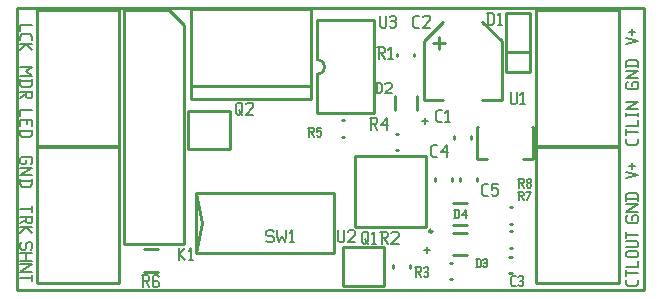
<source format=gbr>
G04 start of page 9 for group -4079 idx -4079 *
G04 Title: (unknown), topsilk *
G04 Creator: pcb 20110918 *
G04 CreationDate: Sun 01 Jun 2014 04:29:41 PM GMT UTC *
G04 For: ndholmes *
G04 Format: Gerber/RS-274X *
G04 PCB-Dimensions: 210000 95000 *
G04 PCB-Coordinate-Origin: lower left *
%MOIN*%
%FSLAX25Y25*%
%LNTOPSILK*%
%ADD67C,0.0080*%
%ADD66C,0.0100*%
G54D66*X500Y94500D02*Y13500D01*
X179500Y94500D02*X500D01*
Y16500D02*Y500D01*
X209500D01*
Y94500D01*
X176500D01*
G54D67*X203575Y82500D02*X207575Y83500D01*
X203575Y84500D01*
X205575Y87700D02*Y85700D01*
X204575Y86700D02*X206575D01*
X203500Y69500D02*X204000Y70000D01*
X203500Y69500D02*Y68000D01*
X204000Y67500D02*X203500Y68000D01*
X204000Y67500D02*X207000D01*
X207500Y68000D01*
Y69500D02*Y68000D01*
Y69500D02*X207000Y70000D01*
X206000D02*X207000D01*
X205500Y69500D02*X206000Y70000D01*
X205500Y69500D02*Y68500D01*
X203500Y71200D02*X207500D01*
X203500D02*X207500Y73700D01*
X203500D02*X207500D01*
X203500Y75400D02*X207500D01*
X203500Y76700D02*X204200Y77400D01*
X206800D01*
X207500Y76700D02*X206800Y77400D01*
X207500Y76700D02*Y74900D01*
X203500Y76700D02*Y74900D01*
X1500Y60500D02*X5500D01*
X1500D02*Y58500D01*
X3700Y57300D02*Y55800D01*
X1500Y57300D02*Y55300D01*
Y57300D02*X5500D01*
Y55300D01*
X1500Y53600D02*X5500D01*
Y52300D02*X4800Y51600D01*
X2200D02*X4800D01*
X1500Y52300D02*X2200Y51600D01*
X1500Y54100D02*Y52300D01*
X5500Y54100D02*Y52300D01*
Y43000D02*X5000Y42500D01*
X5500Y44500D02*Y43000D01*
X5000Y45000D02*X5500Y44500D01*
X2000Y45000D02*X5000D01*
X2000D02*X1500Y44500D01*
Y43000D01*
X2000Y42500D01*
X3000D01*
X3500Y43000D02*X3000Y42500D01*
X3500Y44000D02*Y43000D01*
X1500Y41300D02*X5500D01*
X1500Y38800D01*
X5500D01*
X1500Y37100D02*X5500D01*
Y35800D02*X4800Y35100D01*
X2200D02*X4800D01*
X1500Y35800D02*X2200Y35100D01*
X1500Y37600D02*Y35800D01*
X5500Y37600D02*Y35800D01*
X1500Y75000D02*X5500D01*
X3500Y73500D01*
X5500Y72000D01*
X1500D02*X5500D01*
X1500Y70300D02*X5500D01*
Y69000D02*X4800Y68300D01*
X2200D02*X4800D01*
X1500Y69000D02*X2200Y68300D01*
X1500Y70800D02*Y69000D01*
X5500Y70800D02*Y69000D01*
Y67100D02*Y65100D01*
X5000Y64600D01*
X4000D02*X5000D01*
X3500Y65100D02*X4000Y64600D01*
X3500Y66600D02*Y65100D01*
X1500Y66600D02*X5500D01*
X3500Y65800D02*X1500Y64600D01*
Y89000D02*X5500D01*
X1500D02*Y87000D01*
Y85100D02*Y83800D01*
X2200Y85800D02*X1500Y85100D01*
X2200Y85800D02*X4800D01*
X5500Y85100D01*
Y83800D01*
X1500Y82600D02*X5500D01*
X3500D02*X5500Y80600D01*
X3500Y82600D02*X1500Y80600D01*
X5500Y28500D02*Y26500D01*
X1500Y27500D02*X5500D01*
Y25300D02*Y23300D01*
X5000Y22800D01*
X4000D02*X5000D01*
X3500Y23300D02*X4000Y22800D01*
X3500Y24800D02*Y23300D01*
X1500Y24800D02*X5500D01*
X3500Y24000D02*X1500Y22800D01*
Y21600D02*X5500D01*
X3500D02*X5500Y19600D01*
X3500Y21600D02*X1500Y19600D01*
X5500Y14600D02*X5000Y14100D01*
X5500Y16100D02*Y14600D01*
X5000Y16600D02*X5500Y16100D01*
X4000Y16600D02*X5000D01*
X4000D02*X3500Y16100D01*
Y14600D01*
X3000Y14100D01*
X2000D02*X3000D01*
X1500Y14600D02*X2000Y14100D01*
X1500Y16100D02*Y14600D01*
X2000Y16600D02*X1500Y16100D01*
Y12900D02*X5500D01*
X1500Y10400D02*X5500D01*
X3500Y12900D02*Y10400D01*
X1500Y9200D02*X5500D01*
X1500Y6700D01*
X5500D01*
Y5500D02*Y3500D01*
X1500Y4500D02*X5500D01*
X203318Y37795D02*X207318Y38795D01*
X203318Y39795D01*
X205318Y42995D02*Y40995D01*
X204318Y41995D02*X206318D01*
X207500Y51000D02*Y49700D01*
X206800Y49000D02*X207500Y49700D01*
X204200Y49000D02*X206800D01*
X204200D02*X203500Y49700D01*
Y51000D02*Y49700D01*
Y54200D02*Y52200D01*
Y53200D02*X207500D01*
X203500Y55400D02*X207500D01*
Y57400D02*Y55400D01*
X203500Y59600D02*Y58600D01*
Y59100D02*X207500D01*
Y59600D02*Y58600D01*
X203500Y60800D02*X207500D01*
X203500D02*X207500Y63300D01*
X203500D02*X207500D01*
X135500Y57000D02*X137500D01*
X136500Y58000D02*Y56000D01*
X207500Y4000D02*Y2700D01*
X206800Y2000D02*X207500Y2700D01*
X204200Y2000D02*X206800D01*
X204200D02*X203500Y2700D01*
Y4000D02*Y2700D01*
Y7200D02*Y5200D01*
Y6200D02*X207500D01*
X203500Y8400D02*X207500D01*
Y10400D02*Y8400D01*
X204000Y11600D02*X207000D01*
X204000D02*X203500Y12100D01*
Y13100D02*Y12100D01*
Y13100D02*X204000Y13600D01*
X207000D01*
X207500Y13100D02*X207000Y13600D01*
X207500Y13100D02*Y12100D01*
X207000Y11600D02*X207500Y12100D01*
X203500Y14800D02*X207000D01*
X207500Y15300D01*
Y16300D02*Y15300D01*
Y16300D02*X207000Y16800D01*
X203500D02*X207000D01*
X203500Y20000D02*Y18000D01*
Y19000D02*X207500D01*
X136000Y14000D02*X138000D01*
X137000Y15000D02*Y13000D01*
X203470Y24992D02*X203970Y25492D01*
X203470Y24992D02*Y23492D01*
X203970Y22992D02*X203470Y23492D01*
X203970Y22992D02*X206970D01*
X207470Y23492D01*
Y24992D02*Y23492D01*
Y24992D02*X206970Y25492D01*
X205970D02*X206970D01*
X205470Y24992D02*X205970Y25492D01*
X205470Y24992D02*Y23992D01*
X203470Y26692D02*X207470D01*
X203470D02*X207470Y29192D01*
X203470D02*X207470D01*
X203470Y30892D02*X207470D01*
X203470Y32192D02*X204170Y32892D01*
X206770D01*
X207470Y32192D02*X206770Y32892D01*
X207470Y32192D02*Y30392D01*
X203470Y32192D02*Y30392D01*
G54D66*X173500Y94000D02*Y48331D01*
X201059D01*
Y94000D01*
X173500D01*
X171500Y92900D02*Y73200D01*
X163500Y92900D02*Y73200D01*
X171500D01*
X163500Y92900D02*X171500D01*
X163500Y80000D02*X171500D01*
X136008Y64008D02*X142504D01*
X155496D02*X161992D01*
Y83496D02*Y64008D01*
X136008Y83496D02*Y64008D01*
X161992Y83496D02*X155496Y89992D01*
X136008Y83496D02*X142504Y89992D01*
X139000Y83000D02*X143000D01*
X141000Y85000D02*Y81000D01*
X42638Y14240D02*X47362D01*
X42638Y6760D02*X47362D01*
X7000Y94000D02*Y48331D01*
X34559D01*
Y94000D01*
X7000D01*
Y48500D02*Y2831D01*
X34559D01*
Y48500D01*
X7000D01*
X57500Y47500D02*X71400D01*
Y60300D02*Y47500D01*
X57500Y60300D02*X71400D01*
X57500D02*Y47500D01*
X36000Y93976D02*X51102D01*
X56000Y89079D02*Y16024D01*
X51102Y93976D02*X56000Y89079D01*
X36000Y16024D02*X56000D01*
X36000Y93976D02*Y16024D01*
X106000Y33000D02*Y13000D01*
X60000Y33000D02*X106000D01*
X60000Y13000D02*X106000D01*
X60000Y33000D02*Y13000D01*
Y33000D02*X62000Y23000D01*
X60000Y13000D02*X62000Y23000D01*
X58500Y94300D02*X98500D01*
X58500Y64300D02*X98500D01*
X58500Y68700D02*X98500D01*
Y94300D02*Y64300D01*
X58500Y94300D02*Y64300D01*
X172250Y54901D02*Y44271D01*
X153750Y54901D02*Y44271D01*
X169000D02*X172250D01*
X153750D02*X157000D01*
X172071Y54901D02*X172250D01*
X153750D02*X153929D01*
X151755Y51893D02*Y51107D01*
X146245Y51893D02*Y51107D01*
X173500Y48500D02*Y2831D01*
X201059D01*
Y48500D01*
X173500D01*
X164564Y11755D02*X165350D01*
X164564Y6245D02*X165350D01*
X164607Y20255D02*X165393D01*
X164607Y14745D02*X165393D01*
X113189Y21689D02*X136811D01*
X113189Y45311D02*Y21689D01*
Y45311D02*X136811D01*
Y21689D01*
X138811Y20189D02*G75*G03X138811Y20189I-500J0D01*G01*
X127245Y79350D02*Y78564D01*
X132755Y79350D02*Y78564D01*
X133740Y65362D02*Y60638D01*
X126260Y65362D02*Y60638D01*
X109000Y2000D02*X122900D01*
Y14800D02*Y2000D01*
X109000Y14800D02*X122900D01*
X109000D02*Y2000D01*
X126607Y47245D02*X127393D01*
X126607Y52755D02*X127393D01*
X164607Y28255D02*X165393D01*
X164607Y22745D02*X165393D01*
X148245Y37893D02*Y37107D01*
X153755Y37893D02*Y37107D01*
X139745Y37893D02*Y37107D01*
X145255Y37893D02*Y37107D01*
X145733Y22260D02*X150457D01*
X145733Y29740D02*X150457D01*
X145638Y12260D02*X150362D01*
X145638Y19740D02*X150362D01*
X131255Y8893D02*Y8107D01*
X125745Y8893D02*Y8107D01*
X144607Y4245D02*X145393D01*
X144607Y9755D02*X145393D01*
X108607Y57255D02*X109393D01*
X108607Y51745D02*X109393D01*
X100500Y59500D02*X119500D01*
Y90500D02*Y59500D01*
X100500Y90500D02*X119500D01*
X100500Y72500D02*Y59500D01*
Y90500D02*Y77500D01*
Y72500D02*G75*G03X100500Y77500I0J2500D01*G01*
G54D67*X42000Y5500D02*X44000D01*
X44500Y5000D01*
Y4000D01*
X44000Y3500D02*X44500Y4000D01*
X42500Y3500D02*X44000D01*
X42500Y5500D02*Y1500D01*
X43300Y3500D02*X44500Y1500D01*
X47200Y5500D02*X47700Y5000D01*
X46200Y5500D02*X47200D01*
X45700Y5000D02*X46200Y5500D01*
X45700Y5000D02*Y2000D01*
X46200Y1500D01*
X47200Y3700D02*X47700Y3200D01*
X45700Y3700D02*X47200D01*
X46200Y1500D02*X47200D01*
X47700Y2000D01*
Y3200D02*Y2000D01*
X54500Y14500D02*Y10500D01*
Y12500D02*X56500Y14500D01*
X54500Y12500D02*X56500Y10500D01*
X57700Y13700D02*X58500Y14500D01*
Y10500D01*
X57700D02*X59200D01*
X73500Y62500D02*Y59500D01*
Y62500D02*X74000Y63000D01*
X75000D01*
X75500Y62500D01*
Y60000D01*
X74500Y59000D02*X75500Y60000D01*
X74000Y59000D02*X74500D01*
X73500Y59500D02*X74000Y59000D01*
X74500Y60500D02*X75500Y59000D01*
X76700Y62500D02*X77200Y63000D01*
X78700D01*
X79200Y62500D01*
Y61500D01*
X76700Y59000D02*X79200Y61500D01*
X76700Y59000D02*X79200D01*
X118000Y58000D02*X120000D01*
X120500Y57500D01*
Y56500D01*
X120000Y56000D02*X120500Y56500D01*
X118500Y56000D02*X120000D01*
X118500Y58000D02*Y54000D01*
X119300Y56000D02*X120500Y54000D01*
X121700Y55500D02*X123700Y58000D01*
X121700Y55500D02*X124200D01*
X123700Y58000D02*Y54000D01*
X97500Y54750D02*X99000D01*
X99375Y54375D01*
Y53625D01*
X99000Y53250D02*X99375Y53625D01*
X97875Y53250D02*X99000D01*
X97875Y54750D02*Y51750D01*
X98475Y53250D02*X99375Y51750D01*
X100275Y54750D02*X101775D01*
X100275D02*Y53250D01*
X100650Y53625D01*
X101400D01*
X101775Y53250D01*
Y52125D01*
X101400Y51750D02*X101775Y52125D01*
X100650Y51750D02*X101400D01*
X100275Y52125D02*X100650Y51750D01*
X121500Y92000D02*Y88500D01*
X122000Y88000D01*
X123000D01*
X123500Y88500D01*
Y92000D02*Y88500D01*
X124700Y91500D02*X125200Y92000D01*
X126200D01*
X126700Y91500D01*
X126200Y88000D02*X126700Y88500D01*
X125200Y88000D02*X126200D01*
X124700Y88500D02*X125200Y88000D01*
Y90200D02*X126200D01*
X126700Y91500D02*Y90700D01*
Y89700D02*Y88500D01*
Y89700D02*X126200Y90200D01*
X126700Y90700D02*X126200Y90200D01*
X167500Y37750D02*X169000D01*
X169375Y37375D01*
Y36625D01*
X169000Y36250D02*X169375Y36625D01*
X167875Y36250D02*X169000D01*
X167875Y37750D02*Y34750D01*
X168475Y36250D02*X169375Y34750D01*
X170275Y35125D02*X170650Y34750D01*
X170275Y35725D02*Y35125D01*
Y35725D02*X170800Y36250D01*
X171250D01*
X171775Y35725D01*
Y35125D01*
X171400Y34750D02*X171775Y35125D01*
X170650Y34750D02*X171400D01*
X170275Y36775D02*X170800Y36250D01*
X170275Y37375D02*Y36775D01*
Y37375D02*X170650Y37750D01*
X171400D01*
X171775Y37375D01*
Y36775D01*
X171250Y36250D02*X171775Y36775D01*
X156200Y32000D02*X157500D01*
X155500Y32700D02*X156200Y32000D01*
X155500Y35300D02*Y32700D01*
Y35300D02*X156200Y36000D01*
X157500D01*
X158700D02*X160700D01*
X158700D02*Y34000D01*
X159200Y34500D01*
X160200D01*
X160700Y34000D01*
Y32500D01*
X160200Y32000D02*X160700Y32500D01*
X159200Y32000D02*X160200D01*
X158700Y32500D02*X159200Y32000D01*
X165560Y2000D02*X166600D01*
X165000Y2560D02*X165560Y2000D01*
X165000Y4640D02*Y2560D01*
Y4640D02*X165560Y5200D01*
X166600D01*
X167560Y4800D02*X167960Y5200D01*
X168760D01*
X169160Y4800D01*
X168760Y2000D02*X169160Y2400D01*
X167960Y2000D02*X168760D01*
X167560Y2400D02*X167960Y2000D01*
Y3760D02*X168760D01*
X169160Y4800D02*Y4160D01*
Y3360D02*Y2400D01*
Y3360D02*X168760Y3760D01*
X169160Y4160D02*X168760Y3760D01*
X146350Y27300D02*Y24500D01*
X147260Y27300D02*X147750Y26810D01*
Y24990D01*
X147260Y24500D02*X147750Y24990D01*
X146000Y24500D02*X147260D01*
X146000Y27300D02*X147260D01*
X148590Y25550D02*X149990Y27300D01*
X148590Y25550D02*X150340D01*
X149990Y27300D02*Y24500D01*
X153825Y10850D02*Y8250D01*
X154670Y10850D02*X155125Y10395D01*
Y8705D01*
X154670Y8250D02*X155125Y8705D01*
X153500Y8250D02*X154670D01*
X153500Y10850D02*X154670D01*
X155905Y10525D02*X156230Y10850D01*
X156880D01*
X157205Y10525D01*
X156880Y8250D02*X157205Y8575D01*
X156230Y8250D02*X156880D01*
X155905Y8575D02*X156230Y8250D01*
Y9680D02*X156880D01*
X157205Y10525D02*Y10005D01*
Y9355D02*Y8575D01*
Y9355D02*X156880Y9680D01*
X157205Y10005D02*X156880Y9680D01*
X133000Y8200D02*X134600D01*
X135000Y7800D01*
Y7000D01*
X134600Y6600D02*X135000Y7000D01*
X133400Y6600D02*X134600D01*
X133400Y8200D02*Y5000D01*
X134040Y6600D02*X135000Y5000D01*
X135960Y7800D02*X136360Y8200D01*
X137160D01*
X137560Y7800D01*
X137160Y5000D02*X137560Y5400D01*
X136360Y5000D02*X137160D01*
X135960Y5400D02*X136360Y5000D01*
Y6760D02*X137160D01*
X137560Y7800D02*Y7160D01*
Y6360D02*Y5400D01*
Y6360D02*X137160Y6760D01*
X137560Y7160D02*X137160Y6760D01*
X107500Y20500D02*Y17000D01*
X108000Y16500D01*
X109000D01*
X109500Y17000D01*
Y20500D02*Y17000D01*
X110700Y20000D02*X111200Y20500D01*
X112700D01*
X113200Y20000D01*
Y19000D01*
X110700Y16500D02*X113200Y19000D01*
X110700Y16500D02*X113200D01*
X115500Y19500D02*Y16500D01*
Y19500D02*X116000Y20000D01*
X117000D01*
X117500Y19500D01*
Y17000D01*
X116500Y16000D02*X117500Y17000D01*
X116000Y16000D02*X116500D01*
X115500Y16500D02*X116000Y16000D01*
X116500Y17500D02*X117500Y16000D01*
X118700Y19200D02*X119500Y20000D01*
Y16000D01*
X118700D02*X120200D01*
X121500Y20000D02*X123500D01*
X124000Y19500D01*
Y18500D01*
X123500Y18000D02*X124000Y18500D01*
X122000Y18000D02*X123500D01*
X122000Y20000D02*Y16000D01*
X122800Y18000D02*X124000Y16000D01*
X125200Y19500D02*X125700Y20000D01*
X127200D01*
X127700Y19500D01*
Y18500D01*
X125200Y16000D02*X127700Y18500D01*
X125200Y16000D02*X127700D01*
X85500Y20500D02*X86000Y20000D01*
X84000Y20500D02*X85500D01*
X83500Y20000D02*X84000Y20500D01*
X83500Y20000D02*Y19000D01*
X84000Y18500D01*
X85500D01*
X86000Y18000D01*
Y17000D01*
X85500Y16500D02*X86000Y17000D01*
X84000Y16500D02*X85500D01*
X83500Y17000D02*X84000Y16500D01*
X87200Y20500D02*Y18500D01*
X87700Y16500D01*
X88700Y18500D01*
X89700Y16500D01*
X90200Y18500D01*
Y20500D02*Y18500D01*
X91400Y19700D02*X92200Y20500D01*
Y16500D01*
X91400D02*X92900D01*
X167500Y33300D02*X168900D01*
X169250Y32950D01*
Y32250D01*
X168900Y31900D02*X169250Y32250D01*
X167850Y31900D02*X168900D01*
X167850Y33300D02*Y30500D01*
X168410Y31900D02*X169250Y30500D01*
X170440D02*X171840Y33300D01*
X170090D02*X171840D01*
X165000Y66500D02*Y63000D01*
X165500Y62500D01*
X166500D01*
X167000Y63000D01*
Y66500D02*Y63000D01*
X168200Y65700D02*X169000Y66500D01*
Y62500D01*
X168200D02*X169700D01*
X120500Y81500D02*X122500D01*
X123000Y81000D01*
Y80000D01*
X122500Y79500D02*X123000Y80000D01*
X121000Y79500D02*X122500D01*
X121000Y81500D02*Y77500D01*
X121800Y79500D02*X123000Y77500D01*
X124200Y80700D02*X125000Y81500D01*
Y77500D01*
X124200D02*X125700D01*
X157500Y93000D02*Y89000D01*
X158800Y93000D02*X159500Y92300D01*
Y89700D01*
X158800Y89000D02*X159500Y89700D01*
X157000Y89000D02*X158800D01*
X157000Y93000D02*X158800D01*
X160700Y92200D02*X161500Y93000D01*
Y89000D01*
X160700D02*X162200D01*
X133200Y88000D02*X134500D01*
X132500Y88700D02*X133200Y88000D01*
X132500Y91300D02*Y88700D01*
Y91300D02*X133200Y92000D01*
X134500D01*
X135700Y91500D02*X136200Y92000D01*
X137700D01*
X138200Y91500D01*
Y90500D01*
X135700Y88000D02*X138200Y90500D01*
X135700Y88000D02*X138200D01*
X140700Y56500D02*X142000D01*
X140000Y57200D02*X140700Y56500D01*
X140000Y59800D02*Y57200D01*
Y59800D02*X140700Y60500D01*
X142000D01*
X143200Y59700D02*X144000Y60500D01*
Y56500D01*
X143200D02*X144700D01*
X120425Y69650D02*Y66250D01*
X121530Y69650D02*X122125Y69055D01*
Y66845D01*
X121530Y66250D02*X122125Y66845D01*
X120000Y66250D02*X121530D01*
X120000Y69650D02*X121530D01*
X123145Y69225D02*X123570Y69650D01*
X124845D01*
X125270Y69225D01*
Y68375D01*
X123145Y66250D02*X125270Y68375D01*
X123145Y66250D02*X125270D01*
X139200Y45000D02*X140500D01*
X138500Y45700D02*X139200Y45000D01*
X138500Y48300D02*Y45700D01*
Y48300D02*X139200Y49000D01*
X140500D01*
X141700Y46500D02*X143700Y49000D01*
X141700Y46500D02*X144200D01*
X143700Y49000D02*Y45000D01*
M02*

</source>
